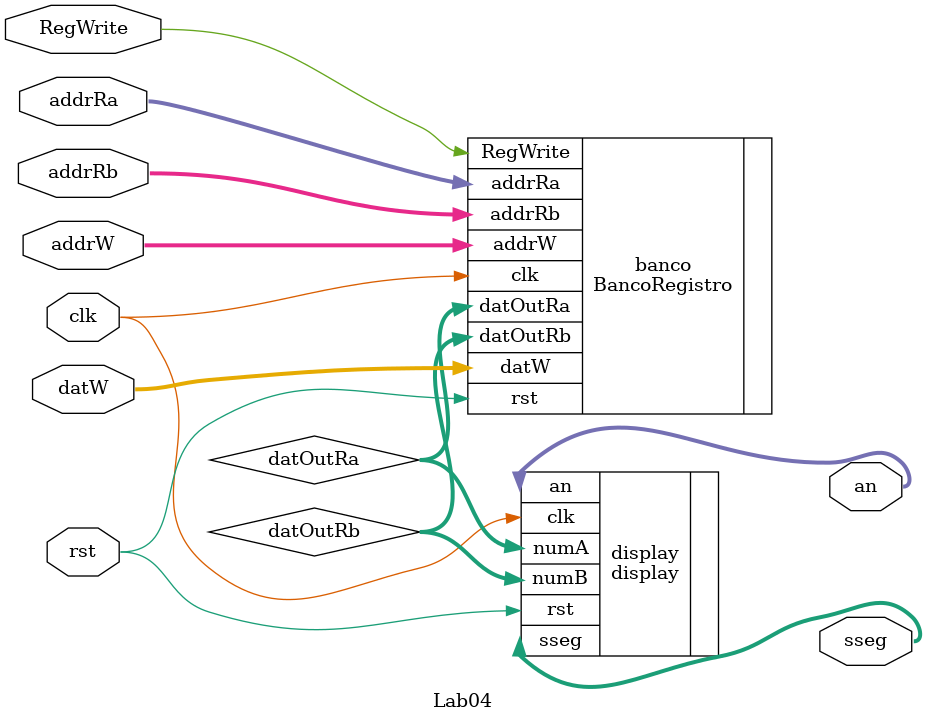
<source format=v>
module Lab04(
	output [0:6] sseg,
	output [3:0] an,
	input [3:0] addrRa,
	input [3:0] addrRb,
	input [3:0] addrW,
	input [3:0] datW,
	input RegWrite,
	input clk,
	input rst);
	
	wire [3:0] datOutRa;
	wire [3:0] datOutRb;
	
	BancoRegistro banco(.addrRa(addrRa),.addrRb(addrRb),.datOutRa(datOutRa),.datOutRb(datOutRb),.addrW(addrW),.datW(datW),.RegWrite(RegWrite),.clk(clk),.rst(rst));
	display display(.numA(datOutRa),.numB(datOutRb),.clk(clk),.sseg(sseg),.an(an),.rst(rst));
	
endmodule

</source>
